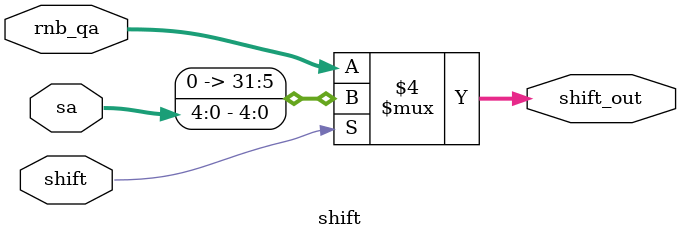
<source format=v>
`timescale 1ns / 1ps

module shift(
    input shift,
    input [31:00] rnb_qa,
    input [4:00] sa,
    output reg [31:00] shift_out 
    );
    always @(*) begin
        if (shift == 1) begin
           shift_out = sa;
        end
        else begin
            shift_out = rnb_qa;
        end
    end          
endmodule


</source>
